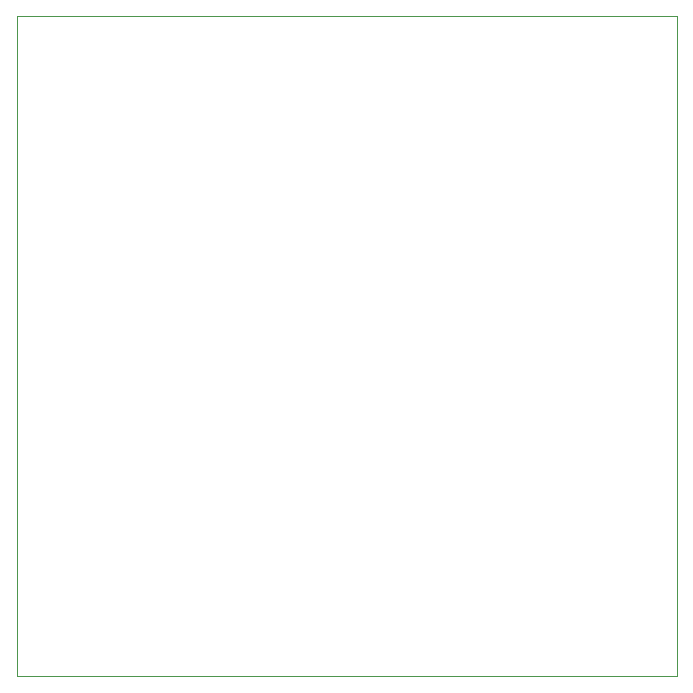
<source format=gbr>
G04 #@! TF.GenerationSoftware,KiCad,Pcbnew,(5.1.2)-1*
G04 #@! TF.CreationDate,2019-10-30T10:00:19+01:00*
G04 #@! TF.ProjectId,temalab_comparator,74656d61-6c61-4625-9f63-6f6d70617261,rev?*
G04 #@! TF.SameCoordinates,Original*
G04 #@! TF.FileFunction,Profile,NP*
%FSLAX46Y46*%
G04 Gerber Fmt 4.6, Leading zero omitted, Abs format (unit mm)*
G04 Created by KiCad (PCBNEW (5.1.2)-1) date 2019-10-30 10:00:19*
%MOMM*%
%LPD*%
G04 APERTURE LIST*
%ADD10C,0.050000*%
G04 APERTURE END LIST*
D10*
X101600000Y-132080000D02*
X101600000Y-76200000D01*
X157480000Y-132080000D02*
X101600000Y-132080000D01*
X157480000Y-76200000D02*
X157480000Y-132080000D01*
X101600000Y-76200000D02*
X157480000Y-76200000D01*
M02*

</source>
